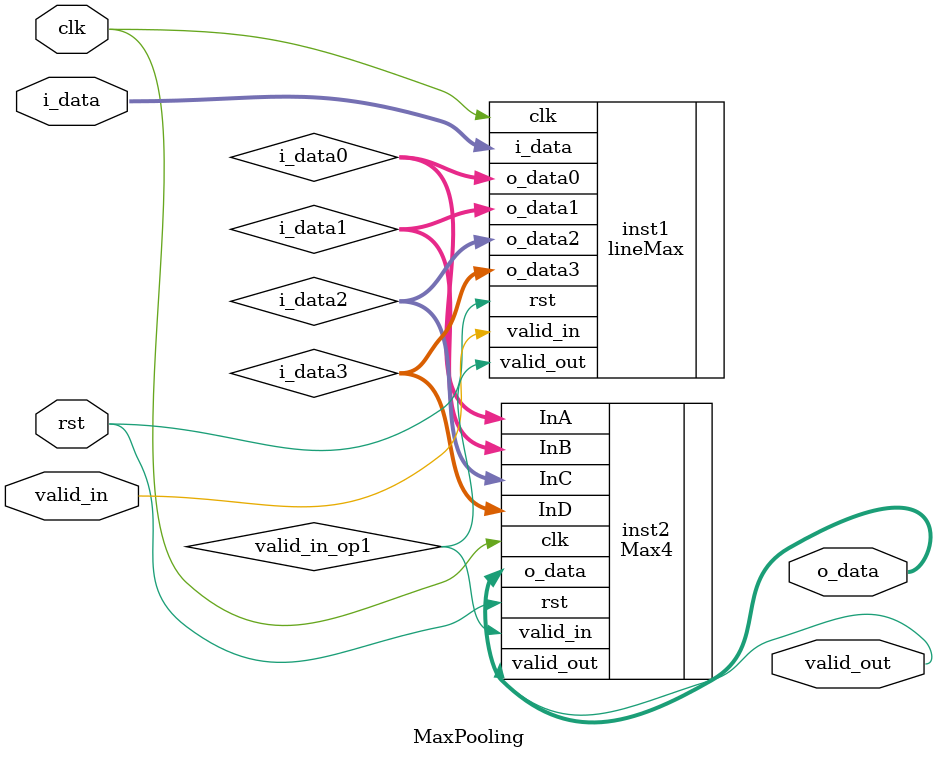
<source format=v>
module MaxPooling#(
    parameter DATA_WIDTH = 32,
    parameter WIDTH = 6
)(
    input [DATA_WIDTH-1:0] i_data,
    input valid_in, clk, rst,
    output [DATA_WIDTH-1:0] o_data,
    output valid_out
);
  
    wire valid_in_op1;
    wire[DATA_WIDTH-1:0] i_data0, i_data1, i_data2, i_data3;

    
  lineMax #(
    .DATA_WIDTH(DATA_WIDTH),
    .WIDTH(WIDTH)
  )inst1(
    .o_data0(i_data0),
    .o_data1(i_data1), 
    .o_data2(i_data2), 
    .o_data3(i_data3),  
    .i_data(i_data),
    .valid_in(valid_in), 
    .clk(clk), 
    .rst(rst),
    .valid_out(valid_in_op1)
  );
  
  
  Max4#(
    .DATA_WIDTH(DATA_WIDTH) 
  )inst2(
    .InA(i_data0),
    .InB(i_data1),
    .InC(i_data2),
    .InD(i_data3),
    .valid_in(valid_in_op1), 
    .clk(clk), 
    .rst(rst),
    .o_data(o_data),
    .valid_out(valid_out)
  );
  
endmodule
</source>
